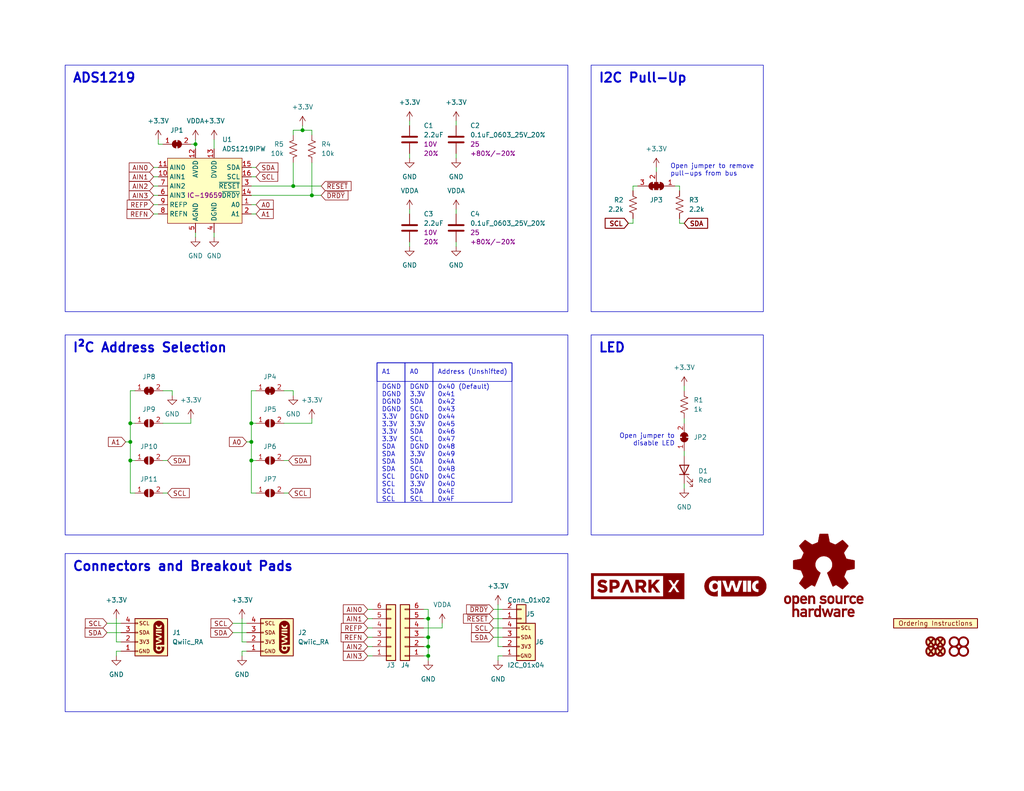
<source format=kicad_sch>
(kicad_sch (version 20230121) (generator eeschema)
  (paper "USLetter")
  (title_block (title "SparkX ADC ADS1219 (Qwiic)") (date "2023-07-27") (rev "v01") (comment 1 "Designed by: Paul Clark"))
  (lib_symbols
    (symbol "SparkFun-Aesthetic:Fiducial_0.635"
      (symbol "Fiducial_0.635_1_1"
        (text "x" (at 0 0.254 0) (effects (font (size 2.5 2.5) bold)))
      )
    )
    (symbol "SparkFun-Aesthetic:OSHW_Logo" (pin_names (offset 1.016)) (in_bom no))
    (symbol "SparkFun-Aesthetic:Ordering_Instructions"
      (symbol "Ordering_Instructions_1_1"
        (text "Ordering Instructions" (at 1.27 0 0) (effects (font (size 1.27 1.27))))
      )
    )
    (symbol "SparkFun-Aesthetic:SparkX_Logo" (pin_names (offset 1.016)))
    (symbol "SparkFun-Aesthetic:qwiic_Logo" (pin_names (offset 1.016)))
    (symbol "SparkFun-Capacitor:0.1uF_0603_25V_20%" (pin_numbers hide) (pin_names (offset 0.254))
      (property "Reference" "C" (at 0.635 2.54 0))
      (property "Value" "0.1uF" (at 0.635 -2.54 0))
      (property "Voltage" "25" (at 0 -6.35 0))
      (property "Tolerance" "+80%/-20%" (at 0 -8.89 0))
      (symbol "0.1uF_0603_25V_20%_1_1"
        (pin passive line (at 0 3.81 270) (length 2.794) (name "~") (number "1"))
        (pin passive line (at 0 -3.81 90) (length 2.794) (name "~") (number "2"))
      )
    )
    (symbol "SparkFun-Capacitor:2.2uF_0603_10V_20%" (pin_numbers hide) (pin_names (offset 0.254))
      (property "Reference" "C" (at 0.635 2.54 0))
      (property "Value" "2.2uF" (at 0.635 -2.54 0))
      (property "Voltage" "10V" (at 0 -6.35 0))
      (property "Tolerance" "20%" (at 0 -8.89 0))
      (symbol "2.2uF_0603_10V_20%_1_1"
        (pin passive line (at 0 3.81 270) (length 2.794) (name "~") (number "1"))
        (pin passive line (at 0 -3.81 90) (length 2.794) (name "~") (number "2"))
      )
    )
    (symbol "SparkFun-Connector:Conn_01x02" (pin_names (offset 1.016) hide)
      (property "Reference" "J" (at 0 2.54 0))
      (property "Value" "Conn_01x02" (at 0 -5.08 0))
      (symbol "Conn_01x02_1_1"
        (pin passive line (at -5.08 0 0) (length 3.81) (name "Pin_1") (number "1"))
        (pin passive line (at -5.08 -2.54 0) (length 3.81) (name "Pin_2") (number "2"))
      )
    )
    (symbol "SparkFun-Connector:Conn_01x06" (pin_names (offset 1.016) hide)
      (property "Reference" "J" (at 0 7.62 0))
      (property "Value" "Conn_01x06" (at 0 -10.16 0))
      (symbol "Conn_01x06_1_1"
        (pin passive line (at -5.08 5.08 0) (length 3.81) (name "Pin_1") (number "1"))
        (pin passive line (at -5.08 2.54 0) (length 3.81) (name "Pin_2") (number "2"))
        (pin passive line (at -5.08 0 0) (length 3.81) (name "Pin_3") (number "3"))
        (pin passive line (at -5.08 -2.54 0) (length 3.81) (name "Pin_4") (number "4"))
        (pin passive line (at -5.08 -5.08 0) (length 3.81) (name "Pin_5") (number "5"))
        (pin passive line (at -5.08 -7.62 0) (length 3.81) (name "Pin_6") (number "6"))
      )
    )
    (symbol "SparkFun-Connector:I2C_01x04" (pin_names (offset 1.016) hide)
      (property "Reference" "J" (at 0 5.08 0))
      (property "Value" "I2C_01x04" (at 0 -7.62 0))
      (symbol "I2C_01x04_1_1"
        (text "3V3" (at 1.27 -2.54 0) (effects (font (size 1 1))))
        (text "GND" (at 1.27 -5.08 0) (effects (font (size 1 1))))
        (text "SCL" (at 1.27 2.54 0) (effects (font (size 1 1))))
        (text "SDA" (at 1.27 0 0) (effects (font (size 1 1))))
        (pin passive line (at -5.08 -5.08 0) (length 3.81) (name "Pin_1") (number "1"))
        (pin passive line (at -5.08 -2.54 0) (length 3.81) (name "Pin_2") (number "2"))
        (pin passive line (at -5.08 0 0) (length 3.81) (name "Pin_3") (number "3"))
        (pin passive line (at -5.08 2.54 0) (length 3.81) (name "Pin_4") (number "4"))
      )
    )
    (symbol "SparkFun-Connector:Qwiic_Right_Angle" (pin_names (offset 1.016) hide)
      (property "Reference" "J" (at 0 5.08 0))
      (property "Value" "Qwiic_RA" (at 0 -7.62 0))
      (symbol "Qwiic_Right_Angle_1_1"
        (text "3V3" (at 1.27 -2.54 0) (effects (font (size 1 1))))
        (text "GND" (at 1.27 -5.08 0) (effects (font (size 1 1))))
        (text "SCL" (at 1.27 2.54 0) (effects (font (size 1 1))))
        (text "SDA" (at 1.27 0 0) (effects (font (size 1 1))))
        (pin passive line (at -5.08 -5.08 0) (length 3.81) (name "Pin_1") (number "1"))
        (pin passive line (at -5.08 -2.54 0) (length 3.81) (name "Pin_2") (number "2"))
        (pin passive line (at -5.08 0 0) (length 3.81) (name "Pin_3") (number "3"))
        (pin passive line (at -5.08 2.54 0) (length 3.81) (name "Pin_4") (number "4"))
        (pin no_connect line (at 2.54 3.81 270) (length 2.54) hide (name "NC") (number "NC1"))
        (pin no_connect line (at 2.54 3.81 270) (length 2.54) hide (name "NC") (number "NC2"))
      )
    )
    (symbol "SparkFun-Hardware:Stand_off")
    (symbol "SparkFun-IC-Conversion:ADS1219IPW"
      (property "Reference" "U" (at 3.81 13.97 0))
      (property "Value" "ADS1219IPW" (at 3.81 11.43 0))
      (symbol "ADS1219IPW_1_1"
        (pin input line (at 12.7 -2.54 180) (length 2.54) (name "A0") (number "1"))
        (pin input line (at -12.7 5.08 0) (length 2.54) (name "AIN1") (number "10"))
        (pin input line (at -12.7 7.62 0) (length 2.54) (name "AIN0") (number "11"))
        (pin power_in line (at -2.54 12.7 270) (length 2.54) (name "AVDD") (number "12"))
        (pin power_in line (at 2.54 12.7 270) (length 2.54) (name "DVDD") (number "13"))
        (pin output line (at 12.7 0 180) (length 2.54) (name "~{DRDY}") (number "14"))
        (pin bidirectional line (at 12.7 7.62 180) (length 2.54) (name "SDA") (number "15"))
        (pin input line (at 12.7 5.08 180) (length 2.54) (name "SCL") (number "16"))
        (pin input line (at 12.7 -5.08 180) (length 2.54) (name "A1") (number "2"))
        (pin input line (at 12.7 2.54 180) (length 2.54) (name "~{RESET}") (number "3"))
        (pin power_in line (at 2.54 -10.16 90) (length 2.54) (name "DGND") (number "4"))
        (pin power_in line (at -2.54 -10.16 90) (length 2.54) (name "AGND") (number "5"))
        (pin input line (at -12.7 0 0) (length 2.54) (name "AIN3") (number "6"))
        (pin input line (at -12.7 2.54 0) (length 2.54) (name "AIN2") (number "7"))
        (pin input line (at -12.7 -5.08 0) (length 2.54) (name "REFN") (number "8"))
        (pin input line (at -12.7 -2.54 0) (length 2.54) (name "REFP") (number "9"))
      )
    )
    (symbol "SparkFun-Jumper:SolderJumper_2_Bridged" (pin_names (offset 0) hide)
      (property "Reference" "JP" (at 0 2.032 0))
      (symbol "SolderJumper_2_Bridged_1_1"
        (pin passive line (at -3.81 0 0) (length 2.54) (name "A") (number "1"))
        (pin passive line (at 3.81 0 180) (length 2.54) (name "B") (number "2"))
      )
    )
    (symbol "SparkFun-Jumper:SolderJumper_2_Open" (pin_names (offset 0) hide)
      (property "Reference" "JP" (at 0 2.032 0))
      (symbol "SolderJumper_2_Open_1_1"
        (pin passive line (at -3.81 0 0) (length 2.54) (name "A") (number "1"))
        (pin passive line (at 3.81 0 180) (length 2.54) (name "B") (number "2"))
      )
    )
    (symbol "SparkFun-Jumper:SolderJumper_3_Bridged123" (pin_names (offset 0) hide)
      (property "Reference" "JP" (at -2.54 -2.54 0))
      (symbol "SolderJumper_3_Bridged123_1_1"
        (pin passive line (at -5.08 0 0) (length 2.54) (name "A") (number "1"))
        (pin passive line (at 0 -3.81 90) (length 2.54) (name "C") (number "2"))
        (pin passive line (at 5.08 0 180) (length 2.54) (name "B") (number "3"))
      )
    )
    (symbol "SparkFun-LED:LED_Red_0603" (pin_numbers hide) (pin_names (offset 1.016) hide)
      (property "Reference" "D" (at 0 2.54 0))
      (property "Value" "Red" (at 0 -2.54 0))
      (symbol "LED_Red_0603_1_1"
        (pin passive line (at -3.81 0 0) (length 2.54) (name "K") (number "1"))
        (pin passive line (at 3.81 0 180) (length 2.54) (name "A") (number "2"))
      )
    )
    (symbol "SparkFun-PowerSymbol:+3.3V" (power) (pin_names (offset 0))
      (property "Value" "+3.3V" (at 0 3.556 0))
      (symbol "+3.3V_1_1"
        (pin power_in line (at 0 0 90) (length 0) hide (name "+3.3V") (number "1"))
      )
    )
    (symbol "SparkFun-PowerSymbol:GND" (power) (pin_names (offset 0))
      (property "Value" "GND" (at 0 -3.81 0))
      (symbol "GND_1_1"
        (pin power_in line (at 0 0 270) (length 0) hide (name "GND") (number "1"))
      )
    )
    (symbol "SparkFun-PowerSymbol:VDDA" (power) (pin_names (offset 0))
      (property "Value" "VDDA" (at 0 3.81 0))
      (symbol "VDDA_1_1"
        (pin power_in line (at 0 0 90) (length 0) hide (name "VDDA") (number "1"))
      )
    )
    (symbol "SparkFun-Resistor:10k_0603" (pin_numbers hide) (pin_names (offset 0))
      (property "Reference" "R" (at 2.54 0 90))
      (property "Value" "10k" (at -2.54 0 90))
      (symbol "10k_0603_1_1"
        (pin passive line (at 0 3.81 270) (length 1.27) (name "~") (number "1"))
        (pin passive line (at 0 -3.81 90) (length 1.27) (name "~") (number "2"))
      )
    )
    (symbol "SparkFun-Resistor:1k_0603" (pin_numbers hide) (pin_names (offset 0))
      (property "Reference" "R" (at 2.54 0 90))
      (property "Value" "1k" (at -2.54 0 90))
      (symbol "1k_0603_1_1"
        (pin passive line (at 0 3.81 270) (length 1.27) (name "~") (number "1"))
        (pin passive line (at 0 -3.81 90) (length 1.27) (name "~") (number "2"))
      )
    )
    (symbol "SparkFun-Resistor:2.2k_0603" (pin_numbers hide) (pin_names (offset 0))
      (property "Reference" "R" (at 2.54 0 90))
      (property "Value" "2.2k" (at -2.54 0 90))
      (symbol "2.2k_0603_1_1"
        (pin passive line (at 0 3.81 270) (length 1.27) (name "~") (number "1"))
        (pin passive line (at 0 -3.81 90) (length 1.27) (name "~") (number "2"))
      )
    )
  )
  (junction (at 68.58 115.57))
  (junction (at 35.56 120.65))
  (junction (at 80.01 50.8))
  (junction (at 68.58 125.73))
  (junction (at 85.09 53.34))
  (junction (at 35.56 125.73))
  (junction (at 82.55 35.56))
  (junction (at 116.84 173.99))
  (junction (at 116.84 179.07))
  (junction (at 116.84 168.91))
  (junction (at 68.58 120.65))
  (junction (at 116.84 176.53))
  (junction (at 53.34 39.37))
  (junction (at 35.56 115.57))
  (wire (pts (xy 115.57 166.37) (xy 116.84 166.37)))
  (wire (pts (xy 100.33 171.45) (xy 101.6 171.45)))
  (wire (pts (xy 80.01 50.8) (xy 87.63 50.8)))
  (wire (pts (xy 35.56 125.73) (xy 35.56 134.62)))
  (wire (pts (xy 82.55 35.56) (xy 85.09 35.56)))
  (wire (pts (xy 184.15 50.8) (xy 185.42 50.8)))
  (wire (pts (xy 68.58 48.26) (xy 69.85 48.26)))
  (wire (pts (xy 171.45 60.96) (xy 172.72 60.96)))
  (wire (pts (xy 116.84 168.91) (xy 115.57 168.91)))
  (wire (pts (xy 124.46 41.91) (xy 124.46 43.18)))
  (wire (pts (xy 100.33 173.99) (xy 101.6 173.99)))
  (wire (pts (xy 31.75 177.8) (xy 33.02 177.8)))
  (wire (pts (xy 53.34 63.5) (xy 53.34 64.77)))
  (wire (pts (xy 77.47 125.73) (xy 78.74 125.73)))
  (wire (pts (xy 172.72 59.69) (xy 172.72 60.96)))
  (wire (pts (xy 68.58 120.65) (xy 68.58 125.73)))
  (wire (pts (xy 120.65 170.18) (xy 120.65 171.45)))
  (wire (pts (xy 172.72 52.07) (xy 172.72 50.8)))
  (wire (pts (xy 124.46 66.04) (xy 124.46 67.31)))
  (wire (pts (xy 115.57 171.45) (xy 120.65 171.45)))
  (wire (pts (xy 116.84 173.99) (xy 116.84 176.53)))
  (wire (pts (xy 68.58 58.42) (xy 69.85 58.42)))
  (wire (pts (xy 185.42 60.96) (xy 186.69 60.96)))
  (wire (pts (xy 135.89 165.1) (xy 135.89 176.53)))
  (wire (pts (xy 85.09 53.34) (xy 87.63 53.34)))
  (wire (pts (xy 66.04 177.8) (xy 67.31 177.8)))
  (wire (pts (xy 80.01 35.56) (xy 82.55 35.56)))
  (wire (pts (xy 68.58 134.62) (xy 69.85 134.62)))
  (wire (pts (xy 44.45 125.73) (xy 45.72 125.73)))
  (wire (pts (xy 116.84 176.53) (xy 115.57 176.53)))
  (wire (pts (xy 43.18 38.1) (xy 43.18 39.37)))
  (wire (pts (xy 41.91 55.88) (xy 43.18 55.88)))
  (wire (pts (xy 111.76 66.04) (xy 111.76 67.31)))
  (wire (pts (xy 29.21 172.72) (xy 33.02 172.72)))
  (wire (pts (xy 35.56 120.65) (xy 35.56 125.73)))
  (wire (pts (xy 67.31 120.65) (xy 68.58 120.65)))
  (wire (pts (xy 68.58 125.73) (xy 68.58 134.62)))
  (wire (pts (xy 68.58 55.88) (xy 69.85 55.88)))
  (wire (pts (xy 100.33 179.07) (xy 101.6 179.07)))
  (wire (pts (xy 80.01 106.68) (xy 80.01 107.95)))
  (wire (pts (xy 77.47 106.68) (xy 80.01 106.68)))
  (wire (pts (xy 53.34 38.1) (xy 53.34 39.37)))
  (wire (pts (xy 68.58 50.8) (xy 80.01 50.8)))
  (wire (pts (xy 135.89 179.07) (xy 135.89 180.34)))
  (wire (pts (xy 35.56 125.73) (xy 36.83 125.73)))
  (wire (pts (xy 185.42 50.8) (xy 185.42 52.07)))
  (wire (pts (xy 137.16 179.07) (xy 135.89 179.07)))
  (wire (pts (xy 179.07 45.72) (xy 179.07 46.99)))
  (wire (pts (xy 41.91 53.34) (xy 43.18 53.34)))
  (wire (pts (xy 185.42 59.69) (xy 185.42 60.96)))
  (wire (pts (xy 29.21 170.18) (xy 33.02 170.18)))
  (wire (pts (xy 186.69 123.19) (xy 186.69 124.46)))
  (wire (pts (xy 134.62 166.37) (xy 137.16 166.37)))
  (wire (pts (xy 43.18 39.37) (xy 44.45 39.37)))
  (wire (pts (xy 35.56 106.68) (xy 35.56 115.57)))
  (wire (pts (xy 186.69 105.41) (xy 186.69 106.68)))
  (wire (pts (xy 80.01 44.45) (xy 80.01 50.8)))
  (wire (pts (xy 85.09 114.3) (xy 85.09 115.57)))
  (wire (pts (xy 85.09 44.45) (xy 85.09 53.34)))
  (wire (pts (xy 52.07 114.3) (xy 52.07 115.57)))
  (wire (pts (xy 77.47 134.62) (xy 78.74 134.62)))
  (wire (pts (xy 68.58 53.34) (xy 85.09 53.34)))
  (wire (pts (xy 63.5 172.72) (xy 67.31 172.72)))
  (wire (pts (xy 66.04 177.8) (xy 66.04 179.07)))
  (wire (pts (xy 58.42 38.1) (xy 58.42 40.64)))
  (wire (pts (xy 186.69 114.3) (xy 186.69 115.57)))
  (wire (pts (xy 124.46 33.02) (xy 124.46 34.29)))
  (wire (pts (xy 68.58 125.73) (xy 69.85 125.73)))
  (wire (pts (xy 35.56 134.62) (xy 36.83 134.62)))
  (wire (pts (xy 34.29 120.65) (xy 35.56 120.65)))
  (wire (pts (xy 52.07 39.37) (xy 53.34 39.37)))
  (wire (pts (xy 44.45 115.57) (xy 52.07 115.57)))
  (wire (pts (xy 80.01 36.83) (xy 80.01 35.56)))
  (wire (pts (xy 116.84 173.99) (xy 115.57 173.99)))
  (wire (pts (xy 46.99 106.68) (xy 46.99 107.95)))
  (wire (pts (xy 68.58 45.72) (xy 69.85 45.72)))
  (wire (pts (xy 63.5 170.18) (xy 67.31 170.18)))
  (wire (pts (xy 69.85 106.68) (xy 68.58 106.68)))
  (wire (pts (xy 68.58 106.68) (xy 68.58 115.57)))
  (wire (pts (xy 41.91 48.26) (xy 43.18 48.26)))
  (wire (pts (xy 58.42 63.5) (xy 58.42 64.77)))
  (wire (pts (xy 134.62 168.91) (xy 137.16 168.91)))
  (wire (pts (xy 82.55 34.29) (xy 82.55 35.56)))
  (wire (pts (xy 85.09 36.83) (xy 85.09 35.56)))
  (wire (pts (xy 68.58 115.57) (xy 68.58 120.65)))
  (wire (pts (xy 44.45 106.68) (xy 46.99 106.68)))
  (wire (pts (xy 111.76 41.91) (xy 111.76 43.18)))
  (wire (pts (xy 172.72 50.8) (xy 173.99 50.8)))
  (wire (pts (xy 31.75 177.8) (xy 31.75 179.07)))
  (wire (pts (xy 66.04 168.91) (xy 66.04 175.26)))
  (wire (pts (xy 186.69 132.08) (xy 186.69 133.35)))
  (wire (pts (xy 44.45 134.62) (xy 45.72 134.62)))
  (wire (pts (xy 134.62 173.99) (xy 137.16 173.99)))
  (wire (pts (xy 41.91 58.42) (xy 43.18 58.42)))
  (wire (pts (xy 53.34 39.37) (xy 53.34 40.64)))
  (wire (pts (xy 31.75 175.26) (xy 33.02 175.26)))
  (wire (pts (xy 124.46 57.15) (xy 124.46 58.42)))
  (wire (pts (xy 41.91 45.72) (xy 43.18 45.72)))
  (wire (pts (xy 116.84 168.91) (xy 116.84 173.99)))
  (wire (pts (xy 41.91 50.8) (xy 43.18 50.8)))
  (wire (pts (xy 77.47 115.57) (xy 85.09 115.57)))
  (wire (pts (xy 35.56 115.57) (xy 35.56 120.65)))
  (wire (pts (xy 116.84 166.37) (xy 116.84 168.91)))
  (wire (pts (xy 35.56 115.57) (xy 36.83 115.57)))
  (wire (pts (xy 116.84 176.53) (xy 116.84 179.07)))
  (wire (pts (xy 36.83 106.68) (xy 35.56 106.68)))
  (wire (pts (xy 100.33 168.91) (xy 101.6 168.91)))
  (wire (pts (xy 137.16 176.53) (xy 135.89 176.53)))
  (wire (pts (xy 66.04 175.26) (xy 67.31 175.26)))
  (wire (pts (xy 116.84 179.07) (xy 116.84 180.34)))
  (wire (pts (xy 111.76 57.15) (xy 111.76 58.42)))
  (wire (pts (xy 100.33 176.53) (xy 101.6 176.53)))
  (wire (pts (xy 116.84 179.07) (xy 115.57 179.07)))
  (wire (pts (xy 111.76 33.02) (xy 111.76 34.29)))
  (wire (pts (xy 31.75 168.91) (xy 31.75 175.26)))
  (wire (pts (xy 100.33 166.37) (xy 101.6 166.37)))
  (wire (pts (xy 68.58 115.57) (xy 69.85 115.57)))
  (wire (pts (xy 134.62 171.45) (xy 137.16 171.45)))
  (rectangle (start 102.87 99.06) (end 139.7 104.14))
  (rectangle (start 102.87 99.06) (end 110.49 137.16))
  (rectangle (start 118.11 99.06) (end 139.7 137.16))
  (rectangle (start 110.49 99.06) (end 118.11 137.16))
  (text_box "ADS1219" (at 17.78 17.78 0) (size 137.16 67.31) (effects (font (size 2.54 2.54) (thickness 0.508) bold) (justify left top)))
  (text_box "Connectors and Breakout Pads" (at 17.78 151.13 0) (size 137.16 43.18) (effects (font (size 2.54 2.54) bold) (justify left top)))
  (text_box "LED" (at 161.29 91.44 0) (size 46.99 54.61) (effects (font (size 2.54 2.54) (thickness 0.508) bold) (justify left top)))
  (text_box "I²C Address Selection" (at 17.78 91.44 0) (size 137.16 54.61) (effects (font (size 2.54 2.54) (thickness 0.508) bold) (justify left top)))
  (text_box "I2C Pull-Up" (at 161.29 17.78 0) (size 46.99 67.31) (effects (font (size 2.54 2.54) bold) (justify left top)))
  (text "Open jumper to remove\npull-ups from bus" (at 182.88 48.26 0) (effects (font (size 1.27 1.27)) (justify left bottom)))
  (text "Open jumper to\ndisable LED" (at 184.15 121.92 0) (effects (font (size 1.27 1.27)) (justify right bottom)))
  (text "A1\n\nDGND\nDGND\nDGND\nDGND\n3.3V\n3.3V\n3.3V\n3.3V\nSDA\nSDA\nSDA\nSDA\nSCL\nSCL\nSCL\nSCL" (at 104.14 137.16 0) (effects (font (size 1.27 1.27)) (justify left bottom)))
  (text "Address (Unshifted)\n\n0x40 (Default)\n0x41\n0x42\n0x43\n0x44\n0x45\n0x46\n0x47\n0x48\n0x49\n0x4A\n0x4B\n0x4C\n0x4D\n0x4E\n0x4F" (at 119.38 137.16 0) (effects (font (size 1.27 1.27)) (justify left bottom)))
  (text "A0\n\nDGND\n3.3V\nSDA\nSCL\nDGND\n3.3V\nSDA\nSCL\nDGND\n3.3V\nSDA\nSCL\nDGND\n3.3V\nSDA\nSCL" (at 111.76 137.16 0) (effects (font (size 1.27 1.27)) (justify left bottom)))
  (global_label "SDA" (shape input) (at 45.72 125.73 0) (property "Intersheetrefs" "${INTERSHEET_REFS}" (effects hide)))
  (global_label "AIN2" (shape input) (at 41.91 50.8 180) (property "Intersheetrefs" "${INTERSHEET_REFS}" (effects hide)))
  (global_label "~{RESET}" (shape input) (at 87.63 50.8 0) (property "Intersheetrefs" "${INTERSHEET_REFS}" (effects hide)))
  (global_label "SCL" (shape input) (at 69.85 48.26 0) (property "Intersheetrefs" "${INTERSHEET_REFS}" (effects hide)))
  (global_label "REFN" (shape input) (at 100.33 173.99 180) (property "Intersheetrefs" "${INTERSHEET_REFS}" (effects hide)))
  (global_label "SCL" (shape input) (at 63.5 170.18 180) (property "Intersheetrefs" "${INTERSHEET_REFS}" (effects hide)))
  (global_label "AIN0" (shape input) (at 41.91 45.72 180) (property "Intersheetrefs" "${INTERSHEET_REFS}" (effects hide)))
  (global_label "AIN0" (shape input) (at 100.33 166.37 180) (property "Intersheetrefs" "${INTERSHEET_REFS}" (effects hide)))
  (global_label "~{RESET}" (shape input) (at 134.62 168.91 180) (property "Intersheetrefs" "${INTERSHEET_REFS}" (effects hide)))
  (global_label "SDA" (shape input) (at 29.21 172.72 180) (property "Intersheetrefs" "${INTERSHEET_REFS}" (effects hide)))
  (global_label "AIN3" (shape input) (at 100.33 179.07 180) (property "Intersheetrefs" "${INTERSHEET_REFS}" (effects hide)))
  (global_label "A0" (shape input) (at 67.31 120.65 180) (property "Intersheetrefs" "${INTERSHEET_REFS}" (effects hide)))
  (global_label "REFP" (shape input) (at 41.91 55.88 180) (property "Intersheetrefs" "${INTERSHEET_REFS}" (effects hide)))
  (global_label "SCL" (shape input) (at 134.62 171.45 180) (property "Intersheetrefs" "${INTERSHEET_REFS}" (effects hide)))
  (global_label "AIN2" (shape input) (at 100.33 176.53 180) (property "Intersheetrefs" "${INTERSHEET_REFS}" (effects hide)))
  (global_label "SCL" (shape input) (at 78.74 134.62 0) (property "Intersheetrefs" "${INTERSHEET_REFS}" (effects hide)))
  (global_label "SCL" (shape input) (at 45.72 134.62 0) (property "Intersheetrefs" "${INTERSHEET_REFS}" (effects hide)))
  (global_label "SDA" (shape input) (at 134.62 173.99 180) (property "Intersheetrefs" "${INTERSHEET_REFS}" (effects hide)))
  (global_label "AIN3" (shape input) (at 41.91 53.34 180) (property "Intersheetrefs" "${INTERSHEET_REFS}" (effects hide)))
  (global_label "~{DRDY}" (shape input) (at 87.63 53.34 0) (property "Intersheetrefs" "${INTERSHEET_REFS}" (effects hide)))
  (global_label "REFN" (shape input) (at 41.91 58.42 180) (property "Intersheetrefs" "${INTERSHEET_REFS}" (effects hide)))
  (global_label "~{DRDY}" (shape input) (at 134.62 166.37 180) (property "Intersheetrefs" "${INTERSHEET_REFS}" (effects hide)))
  (global_label "SDA" (shape input) (at 63.5 172.72 180) (property "Intersheetrefs" "${INTERSHEET_REFS}" (effects hide)))
  (global_label "REFP" (shape input) (at 100.33 171.45 180) (property "Intersheetrefs" "${INTERSHEET_REFS}" (effects hide)))
  (global_label "SDA" (shape input) (at 78.74 125.73 0) (property "Intersheetrefs" "${INTERSHEET_REFS}" (effects hide)))
  (global_label "A0" (shape input) (at 69.85 55.88 0) (property "Intersheetrefs" "${INTERSHEET_REFS}" (effects hide)))
  (global_label "SDA" (shape input) (at 186.69 60.96 0) (effects (font bold)) (property "Intersheetrefs" "${INTERSHEET_REFS}" (effects hide)))
  (global_label "AIN1" (shape input) (at 100.33 168.91 180) (property "Intersheetrefs" "${INTERSHEET_REFS}" (effects hide)))
  (global_label "SDA" (shape input) (at 69.85 45.72 0) (property "Intersheetrefs" "${INTERSHEET_REFS}" (effects hide)))
  (global_label "A1" (shape input) (at 69.85 58.42 0) (property "Intersheetrefs" "${INTERSHEET_REFS}" (effects hide)))
  (global_label "SCL" (shape input) (at 29.21 170.18 180) (property "Intersheetrefs" "${INTERSHEET_REFS}" (effects hide)))
  (global_label "SCL" (shape input) (at 171.45 60.96 180) (effects (font bold)) (property "Intersheetrefs" "${INTERSHEET_REFS}" (effects hide)))
  (global_label "A1" (shape input) (at 34.29 120.65 180) (property "Intersheetrefs" "${INTERSHEET_REFS}" (effects hide)))
  (global_label "AIN1" (shape input) (at 41.91 48.26 180) (property "Intersheetrefs" "${INTERSHEET_REFS}" (effects hide)))
  (symbol (lib_id "SparkFun-PowerSymbol:GND") (at 186.69 133.35 0) (unit 1)
    (property "Reference" "#PWR015" (effects hide))
    (property "Value" "GND" (at 186.69 138.43 0))
  )
  (symbol (lib_id "SparkFun-PowerSymbol:+3.3V") (at 124.46 33.02 0) (unit 1)
    (property "Reference" "#PWR07" (effects hide))
    (property "Value" "+3.3V" (at 124.46 27.94 0))
  )
  (symbol (lib_id "SparkFun-Hardware:Stand_off") (at 262.89 175.26 0) (unit 1)
    (property "Reference" "ST1" (effects hide))
    (property "Value" "Stand_off" (effects hide))
    (property "Footprint" "SparkFun-Hardware:STAND-OFF" (effects hide))
  )
  (symbol (lib_id "SparkFun-PowerSymbol:VDDA") (at 124.46 57.15 0) (unit 1)
    (property "Reference" "#PWR012" (effects hide))
    (property "Value" "VDDA" (at 124.46 52.07 0))
  )
  (symbol (lib_id "SparkFun-Aesthetic:Fiducial_0.635") (at 256.54 177.8 0) (unit 1)
    (property "Reference" "FID2" (effects hide))
    (property "Value" "Fiducial_0.635" (effects hide))
    (property "Footprint" "SparkFun-Aesthetic:Fiducial_0.635mm" (effects hide))
  )
  (symbol (lib_id "SparkFun-PowerSymbol:GND") (at 124.46 67.31 0) (unit 1)
    (property "Reference" "#PWR013" (effects hide))
    (property "Value" "GND" (at 124.46 72.39 0))
  )
  (symbol (lib_id "SparkFun-PowerSymbol:GND") (at 135.89 180.34 0) (unit 1)
    (property "Reference" "#PWR027" (effects hide))
    (property "Value" "GND" (at 135.89 185.42 0))
  )
  (symbol (lib_id "SparkFun-PowerSymbol:VDDA") (at 111.76 57.15 0) (unit 1)
    (property "Reference" "#PWR010" (effects hide))
    (property "Value" "VDDA" (at 111.76 52.07 0))
  )
  (symbol (lib_id "SparkFun-PowerSymbol:+3.3V") (at 111.76 33.02 0) (unit 1)
    (property "Reference" "#PWR06" (effects hide))
    (property "Value" "+3.3V" (at 111.76 27.94 0))
  )
  (symbol (lib_id "SparkFun-PowerSymbol:GND") (at 116.84 180.34 0) (mirror y) (unit 1)
    (property "Reference" "#PWR025" (effects hide))
    (property "Value" "GND" (at 116.84 185.42 0))
  )
  (symbol (lib_id "SparkFun-Aesthetic:Fiducial_0.635") (at 254 177.8 0) (unit 1)
    (property "Reference" "FID4" (effects hide))
    (property "Value" "Fiducial_0.635" (effects hide))
    (property "Footprint" "SparkFun-Aesthetic:Fiducial_0.635mm" (effects hide))
  )
  (symbol (lib_id "SparkFun-PowerSymbol:+3.3V") (at 186.69 105.41 0) (unit 1)
    (property "Reference" "#PWR014" (effects hide))
    (property "Value" "+3.3V" (at 186.69 100.33 0))
  )
  (symbol (lib_id "SparkFun-PowerSymbol:GND") (at 53.34 64.77 0) (unit 1)
    (property "Reference" "#PWR04" (effects hide))
    (property "Value" "GND" (at 53.34 69.85 0))
  )
  (symbol (lib_id "SparkFun-Jumper:SolderJumper_2_Open") (at 73.66 134.62 0) (unit 1)
    (property "Reference" "JP7" (at 73.66 130.81 0))
    (property "Footprint" "SparkFun-Jumper:SMT-JUMPER_2_NO_SILK" (effects hide))
  )
  (symbol (lib_id "SparkFun-Jumper:SolderJumper_2_Open") (at 40.64 134.62 0) (unit 1)
    (property "Reference" "JP11" (at 40.64 130.81 0))
    (property "Footprint" "SparkFun-Jumper:SMT-JUMPER_2_NO_SILK" (effects hide))
  )
  (symbol (lib_id "SparkFun-Resistor:10k_0603") (at 80.01 40.64 0) (mirror y) (unit 1)
    (property "Reference" "R5" (at 77.47 39.37 0) (effects (justify left)))
    (property "Value" "10k" (at 77.47 41.91 0) (effects (justify left)))
    (property "Footprint" "SparkFun-Resistor:R_0603_1608Metric" (effects hide))
    (property "Datasheet" "https://www.vishay.com/docs/20035/dcrcwe3.pdf" (effects hide))
    (property "PROD_ID" "RES-00824" (effects hide))
  )
  (symbol (lib_id "SparkFun-Connector:Conn_01x06") (at 106.68 173.99 0) (mirror x) (unit 1)
    (property "Reference" "J3" (at 105.41 181.61 0) (effects (justify left)))
    (property "Value" "Conn_01x06" (effects hide))
    (property "Footprint" "SparkFun-Connector:1X06" (effects hide))
  )
  (symbol (lib_id "SparkFun-Capacitor:2.2uF_0603_10V_20%") (at 111.76 38.1 0) (unit 1)
    (property "Reference" "C1" (at 115.57 34.29 0) (effects (justify left)))
    (property "Value" "2.2uF" (at 115.57 36.83 0) (effects (justify left)))
    (property "Footprint" "SparkFun-Capacitor:C_0603_1608Metric" (effects hide))
    (property "Datasheet" "[link text](https://cdn.sparkfun.com/assets/8/a/4/a/5/Kemet_Capacitor_Datasheet.pdf)" (effects hide))
    (property "PROD_ID" "CAP-07888" (effects hide))
    (property "Voltage" "10V" (at 115.57 39.37 0) (effects (justify left)))
    (property "Tolerance" "20%" (at 115.57 41.91 0) (effects (justify left)))
  )
  (symbol (lib_id "SparkFun-PowerSymbol:+3.3V") (at 58.42 38.1 0) (unit 1)
    (property "Reference" "#PWR01" (effects hide))
    (property "Value" "+3.3V" (at 58.42 33.02 0))
  )
  (symbol (lib_id "SparkFun-Aesthetic:OSHW_Logo") (at 224.79 161.29 0) (unit 1)
    (property "Reference" "#G2" (effects hide))
    (property "Value" "LOGO" (effects hide))
    (property "Footprint" "SparkFun-Aesthetic:Creative_Commons_License" (effects hide))
  )
  (symbol (lib_id "SparkFun-Capacitor:0.1uF_0603_25V_20%") (at 124.46 62.23 0) (unit 1)
    (property "Reference" "C4" (at 128.27 58.42 0) (effects (justify left)))
    (property "Value" "0.1uF_0603_25V_20%" (at 128.27 60.96 0) (effects (justify left)))
    (property "Footprint" "SparkFun-Capacitor:C_0603_1608Metric" (effects hide))
    (property "Datasheet" "https://cdn.sparkfun.com/assets/8/a/4/a/5/Kemet_Capacitor_Datasheet.pdf" (effects hide))
    (property "PROD_ID" "CAP-00810" (effects hide))
    (property "Voltage" "25" (at 128.27 63.5 0) (effects (justify left)))
    (property "Tolerance" "+80%/-20%" (at 128.27 66.04 0) (effects (justify left)))
  )
  (symbol (lib_id "SparkFun-Jumper:SolderJumper_2_Bridged") (at 73.66 106.68 0) (unit 1)
    (property "Reference" "JP4" (at 73.66 102.87 0))
    (property "Footprint" "SparkFun-Jumper:SMT-JUMPER_2_NC_TRACE_SILK" (effects hide))
  )
  (symbol (lib_id "SparkFun-Connector:Conn_01x02") (at 142.24 168.91 0) (mirror x) (unit 1)
    (property "Reference" "J5" (at 143.51 167.64 0) (effects (justify left)))
    (property "Value" "Conn_01x02" (at 138.43 163.83 0) (effects (justify left)))
    (property "Footprint" "SparkFun-Connector:1X02" (effects hide))
  )
  (symbol (lib_id "SparkFun-PowerSymbol:+3.3V") (at 82.55 34.29 0) (unit 1)
    (property "Reference" "#PWR029" (effects hide))
    (property "Value" "+3.3V" (at 82.55 29.21 0))
  )
  (symbol (lib_id "SparkFun-PowerSymbol:GND") (at 80.01 107.95 0) (unit 1)
    (property "Reference" "#PWR017" (effects hide))
    (property "Value" "GND" (at 80.01 113.03 0))
  )
  (symbol (lib_id "SparkFun-Connector:Qwiic_Right_Angle") (at 72.39 172.72 0) (unit 1)
    (property "Reference" "J2" (at 81.28 172.72 0) (effects (justify left)))
    (property "Value" "Qwiic_RA" (at 81.28 175.26 0) (effects (justify left)))
    (property "Footprint" "SparkFun-Connector:JST04_1MM_RA" (effects hide))
    (property "Datasheet" "https://www.jst-mfg.com/product/pdf/eng/eSH.pdf" (effects hide))
    (property "PROD_ID" "CONN-13694" (effects hide))
  )
  (symbol (lib_id "SparkFun-PowerSymbol:+3.3V") (at 85.09 114.3 0) (unit 1)
    (property "Reference" "#PWR018" (effects hide))
    (property "Value" "+3.3V" (at 85.09 109.22 0))
  )
  (symbol (lib_id "SparkFun-PowerSymbol:VDDA") (at 120.65 170.18 0) (mirror y) (unit 1)
    (property "Reference" "#PWR026" (effects hide))
    (property "Value" "VDDA" (at 120.65 165.1 0))
  )
  (symbol (lib_id "SparkFun-PowerSymbol:GND") (at 124.46 43.18 0) (unit 1)
    (property "Reference" "#PWR09" (effects hide))
    (property "Value" "GND" (at 124.46 48.26 0))
  )
  (symbol (lib_id "SparkFun-PowerSymbol:GND") (at 111.76 43.18 0) (unit 1)
    (property "Reference" "#PWR08" (effects hide))
    (property "Value" "GND" (at 111.76 48.26 0))
  )
  (symbol (lib_id "SparkFun-Connector:I2C_01x04") (at 142.24 173.99 0) (unit 1)
    (property "Reference" "J6" (at 146.05 175.26 0) (effects (justify left)))
    (property "Value" "I2C_01x04" (at 138.43 181.61 0) (effects (justify left)))
    (property "Footprint" "SparkFun-Connector:1X04" (effects hide))
  )
  (symbol (lib_id "SparkFun-PowerSymbol:+3.3V") (at 179.07 45.72 0) (unit 1)
    (property "Reference" "#PWR016" (effects hide))
    (property "Value" "+3.3V" (at 179.07 40.64 0))
  )
  (symbol (lib_id "SparkFun-Jumper:SolderJumper_2_Open") (at 73.66 125.73 0) (unit 1)
    (property "Reference" "JP6" (at 73.66 121.92 0))
    (property "Footprint" "SparkFun-Jumper:SMT-JUMPER_2_NO_SILK" (effects hide))
  )
  (symbol (lib_id "SparkFun-PowerSymbol:GND") (at 111.76 67.31 0) (unit 1)
    (property "Reference" "#PWR011" (effects hide))
    (property "Value" "GND" (at 111.76 72.39 0))
  )
  (symbol (lib_id "SparkFun-PowerSymbol:VDDA") (at 53.34 38.1 0) (unit 1)
    (property "Reference" "#PWR03" (effects hide))
    (property "Value" "VDDA" (at 53.34 33.02 0))
  )
  (symbol (lib_id "SparkFun-Capacitor:0.1uF_0603_25V_20%") (at 124.46 38.1 0) (unit 1)
    (property "Reference" "C2" (at 128.27 34.29 0) (effects (justify left)))
    (property "Value" "0.1uF_0603_25V_20%" (at 128.27 36.83 0) (effects (justify left)))
    (property "Footprint" "SparkFun-Capacitor:C_0603_1608Metric" (effects hide))
    (property "Datasheet" "https://cdn.sparkfun.com/assets/8/a/4/a/5/Kemet_Capacitor_Datasheet.pdf" (effects hide))
    (property "PROD_ID" "CAP-00810" (effects hide))
    (property "Voltage" "25" (at 128.27 39.37 0) (effects (justify left)))
    (property "Tolerance" "+80%/-20%" (at 128.27 41.91 0) (effects (justify left)))
  )
  (symbol (lib_id "SparkFun-Jumper:SolderJumper_2_Bridged") (at 186.69 119.38 90) (unit 1)
    (property "Reference" "JP2" (at 189.23 119.38 90) (effects (justify right)))
    (property "Footprint" "SparkFun-Jumper:SMT-JUMPER_2_NC_TRACE_SILK" (effects hide))
  )
  (symbol (lib_id "SparkFun-IC-Conversion:ADS1219IPW") (at 55.88 53.34 0) (unit 1)
    (property "Reference" "U1" (at 60.6141 38.1 0) (effects (justify left)))
    (property "Value" "ADS1219IPW" (at 60.6141 40.64 0) (effects (justify left)))
    (property "Footprint" "SparkFun-Semiconductor-Standard:TSSOP-16" (effects hide))
    (property "Datasheet" "https://www.ti.com/lit/gpn/ads1219" (effects hide))
    (property "PROD_ID" "IC-19659" (at 55.88 53.34 0))
  )
  (symbol (lib_id "SparkFun-Jumper:SolderJumper_2_Open") (at 40.64 125.73 0) (unit 1)
    (property "Reference" "JP10" (at 40.64 121.92 0))
    (property "Footprint" "SparkFun-Jumper:SMT-JUMPER_2_NO_SILK" (effects hide))
  )
  (symbol (lib_id "SparkFun-PowerSymbol:+3.3V") (at 31.75 168.91 0) (unit 1)
    (property "Reference" "#PWR021" (effects hide))
    (property "Value" "+3.3V" (at 31.75 163.83 0))
  )
  (symbol (lib_id "SparkFun-Hardware:Stand_off") (at 260.35 177.8 0) (unit 1)
    (property "Reference" "ST4" (effects hide))
    (property "Value" "Stand_off" (effects hide))
    (property "Footprint" "SparkFun-Hardware:STAND-OFF" (effects hide))
  )
  (symbol (lib_id "SparkFun-Jumper:SolderJumper_2_Open") (at 40.64 115.57 0) (unit 1)
    (property "Reference" "JP9" (at 40.64 111.76 0))
    (property "Footprint" "SparkFun-Jumper:SMT-JUMPER_2_NO_SILK" (effects hide))
  )
  (symbol (lib_id "SparkFun-Aesthetic:Fiducial_0.635") (at 254 175.26 0) (unit 1)
    (property "Reference" "FID3" (effects hide))
    (property "Value" "Fiducial_0.635" (effects hide))
    (property "Footprint" "SparkFun-Aesthetic:Fiducial_0.635mm" (effects hide))
  )
  (symbol (lib_id "SparkFun-PowerSymbol:+3.3V") (at 43.18 38.1 0) (unit 1)
    (property "Reference" "#PWR02" (effects hide))
    (property "Value" "+3.3V" (at 43.18 33.02 0))
  )
  (symbol (lib_id "SparkFun-Jumper:SolderJumper_2_Open") (at 73.66 115.57 0) (unit 1)
    (property "Reference" "JP5" (at 73.66 111.76 0))
    (property "Footprint" "SparkFun-Jumper:SMT-JUMPER_2_NO_SILK" (effects hide))
  )
  (symbol (lib_id "SparkFun-PowerSymbol:+3.3V") (at 135.89 165.1 0) (unit 1)
    (property "Reference" "#PWR028" (effects hide))
    (property "Value" "+3.3V" (at 135.89 160.02 0))
  )
  (symbol (lib_id "SparkFun-PowerSymbol:GND") (at 66.04 179.07 0) (unit 1)
    (property "Reference" "#PWR024" (effects hide))
    (property "Value" "GND" (at 66.04 184.15 0))
  )
  (symbol (lib_id "SparkFun-LED:LED_Red_0603") (at 186.69 128.27 90) (unit 1)
    (property "Reference" "D1" (at 190.5 128.5875 90) (effects (justify right)))
    (property "Value" "Red" (at 190.5 131.1275 90) (effects (justify right)))
    (property "Footprint" "SparkFun-LED:LED_0603_1608Metric" (effects hide))
    (property "Datasheet" "https://docs.broadcom.com/docs/AV02-0551EN" (effects hide))
    (property "PROD_ID" "DIO-00819" (effects hide))
  )
  (symbol (lib_id "SparkFun-Aesthetic:Fiducial_0.635") (at 256.54 175.26 0) (unit 1)
    (property "Reference" "FID1" (effects hide))
    (property "Value" "Fiducial_0.635" (effects hide))
    (property "Footprint" "SparkFun-Aesthetic:Fiducial_0.635mm" (effects hide))
  )
  (symbol (lib_id "SparkFun-PowerSymbol:GND") (at 58.42 64.77 0) (unit 1)
    (property "Reference" "#PWR05" (effects hide))
    (property "Value" "GND" (at 58.42 69.85 0))
  )
  (symbol (lib_id "SparkFun-Aesthetic:qwiic_Logo") (at 200.66 160.02 0) (unit 1)
    (property "Reference" "#G1" (effects hide))
    (property "Value" "LOGO" (effects hide))
    (property "Footprint" "SparkFun-Aesthetic:qwiic_5.5mm" (effects hide))
  )
  (symbol (lib_id "SparkFun-Resistor:1k_0603") (at 186.69 110.49 0) (unit 1)
    (property "Reference" "R1" (at 189.23 109.22 0) (effects (justify left)))
    (property "Value" "1k" (at 189.23 111.76 0) (effects (justify left)))
    (property "Footprint" "SparkFun-Resistor:R_0603_1608Metric" (effects hide))
    (property "Datasheet" "https://www.vishay.com/docs/20035/dcrcwe3.pdf" (effects hide))
    (property "PROD_ID" "RES-07856" (effects hide))
  )
  (symbol (lib_id "SparkFun-Hardware:Stand_off") (at 260.35 175.26 0) (unit 1)
    (property "Reference" "ST2" (effects hide))
    (property "Value" "Stand_off" (effects hide))
    (property "Footprint" "SparkFun-Hardware:STAND-OFF" (effects hide))
  )
  (symbol (lib_id "SparkFun-PowerSymbol:+3.3V") (at 66.04 168.91 0) (unit 1)
    (property "Reference" "#PWR023" (effects hide))
    (property "Value" "+3.3V" (at 66.04 163.83 0))
  )
  (symbol (lib_id "SparkFun-Aesthetic:Ordering_Instructions") (at 254 170.18 0) (unit 1)
    (property "Reference" "U2" (effects hide))
    (property "Footprint" "SparkFun-Aesthetic:ORDERING_INSTRUCTIONS" (effects hide))
  )
  (symbol (lib_id "SparkFun-Connector:Conn_01x06") (at 110.49 173.99 180) (unit 1)
    (property "Reference" "J4" (at 111.76 181.61 0) (effects (justify left)))
    (property "Value" "Conn_01x06" (effects hide))
    (property "Footprint" "SparkFun-Connector:1X06" (effects hide))
  )
  (symbol (lib_id "SparkFun-PowerSymbol:GND") (at 31.75 179.07 0) (unit 1)
    (property "Reference" "#PWR022" (effects hide))
    (property "Value" "GND" (at 31.75 184.15 0))
  )
  (symbol (lib_id "SparkFun-Jumper:SolderJumper_3_Bridged123") (at 179.07 50.8 180) (unit 1)
    (property "Reference" "JP3" (at 179.07 54.61 0))
    (property "Footprint" "SparkFun-Jumper:SMT-JUMPER_3_2-NC_TRACE_SILK" (effects hide))
  )
  (symbol (lib_id "SparkFun-Connector:Qwiic_Right_Angle") (at 38.1 172.72 0) (unit 1)
    (property "Reference" "J1" (at 46.99 172.72 0) (effects (justify left)))
    (property "Value" "Qwiic_RA" (at 46.99 175.26 0) (effects (justify left)))
    (property "Footprint" "SparkFun-Connector:JST04_1MM_RA" (effects hide))
    (property "Datasheet" "https://www.jst-mfg.com/product/pdf/eng/eSH.pdf" (effects hide))
    (property "PROD_ID" "CONN-13694" (effects hide))
  )
  (symbol (lib_id "SparkFun-Aesthetic:SparkX_Logo") (at 173.99 160.02 0) (unit 1)
    (property "Reference" "#G3" (effects hide))
    (property "Value" "SparkX_Logo" (effects hide))
  )
  (symbol (lib_id "SparkFun-Resistor:2.2k_0603") (at 185.42 55.88 0) (mirror y) (unit 1)
    (property "Reference" "R3" (at 187.96 54.61 0) (effects (justify right)))
    (property "Value" "2.2k" (at 187.96 57.15 0) (effects (justify right)))
    (property "Footprint" "SparkFun-Resistor:R_0603_1608Metric" (effects hide))
    (property "Datasheet" "https://www.vishay.com/docs/20035/dcrcwe3.pdf" (effects hide))
    (property "PROD_ID" "RES-08272" (effects hide))
  )
  (symbol (lib_id "SparkFun-PowerSymbol:+3.3V") (at 52.07 114.3 0) (unit 1)
    (property "Reference" "#PWR020" (effects hide))
    (property "Value" "+3.3V" (at 52.07 109.22 0))
  )
  (symbol (lib_id "SparkFun-Capacitor:2.2uF_0603_10V_20%") (at 111.76 62.23 0) (unit 1)
    (property "Reference" "C3" (at 115.57 58.42 0) (effects (justify left)))
    (property "Value" "2.2uF" (at 115.57 60.96 0) (effects (justify left)))
    (property "Footprint" "SparkFun-Capacitor:C_0603_1608Metric" (effects hide))
    (property "Datasheet" "[link text](https://cdn.sparkfun.com/assets/8/a/4/a/5/Kemet_Capacitor_Datasheet.pdf)" (effects hide))
    (property "PROD_ID" "CAP-07888" (effects hide))
    (property "Voltage" "10V" (at 115.57 63.5 0) (effects (justify left)))
    (property "Tolerance" "20%" (at 115.57 66.04 0) (effects (justify left)))
  )
  (symbol (lib_id "SparkFun-Jumper:SolderJumper_2_Bridged") (at 48.26 39.37 0) (unit 1)
    (property "Reference" "JP1" (at 48.26 35.56 0))
    (property "Footprint" "SparkFun-Jumper:SMT-JUMPER_2_NC_TRACE_SILK" (effects hide))
  )
  (symbol (lib_id "SparkFun-Jumper:SolderJumper_2_Bridged") (at 40.64 106.68 0) (unit 1)
    (property "Reference" "JP8" (at 40.64 102.87 0))
    (property "Footprint" "SparkFun-Jumper:SMT-JUMPER_2_NC_TRACE_SILK" (effects hide))
  )
  (symbol (lib_id "SparkFun-Resistor:2.2k_0603") (at 172.72 55.88 0) (unit 1)
    (property "Reference" "R2" (at 170.18 54.61 0) (effects (justify right)))
    (property "Value" "2.2k" (at 170.18 57.15 0) (effects (justify right)))
    (property "Footprint" "SparkFun-Resistor:R_0603_1608Metric" (effects hide))
    (property "Datasheet" "https://www.vishay.com/docs/20035/dcrcwe3.pdf" (effects hide))
    (property "PROD_ID" "RES-08272" (effects hide))
  )
  (symbol (lib_id "SparkFun-Hardware:Stand_off") (at 262.89 177.8 0) (unit 1)
    (property "Reference" "ST3" (effects hide))
    (property "Value" "Stand_off" (effects hide))
    (property "Footprint" "SparkFun-Hardware:STAND-OFF" (effects hide))
  )
  (symbol (lib_id "SparkFun-Resistor:10k_0603") (at 85.09 40.64 0) (unit 1)
    (property "Reference" "R4" (at 87.63 39.37 0) (effects (justify left)))
    (property "Value" "10k" (at 87.63 41.91 0) (effects (justify left)))
    (property "Footprint" "SparkFun-Resistor:R_0603_1608Metric" (effects hide))
    (property "Datasheet" "https://www.vishay.com/docs/20035/dcrcwe3.pdf" (effects hide))
    (property "PROD_ID" "RES-00824" (effects hide))
  )
  (symbol (lib_id "SparkFun-PowerSymbol:GND") (at 46.99 107.95 0) (unit 1)
    (property "Reference" "#PWR019" (effects hide))
    (property "Value" "GND" (at 46.99 113.03 0))
  )
)
</source>
